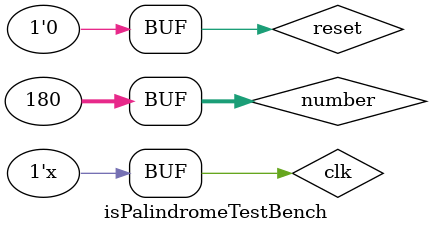
<source format=v>
`define CLOCK_TIME 200

module isPalindromeTestBench();
	wire result;
	wire[3:0] stuckState;
	reg clk;
	reg reset;
	reg go_i;
	reg[31:0] number;
	reg counter;
	// output wire, input reg


	initial begin
		clk <= 1'b0;
		counter <= 1'b0;
		reset <= 1'b0;
		number <= 32'b00000000000000000000000010110100;
		go_i <= 1'b1;
	end

	always #`CLOCK_TIME clk <= ~clk;
	isPalindrome ien(result, stuckState, clk, reset, go_i, number);
	// counter'in 0 lanmasi gerekiyor her turdan sonra
	
	
	
	always @(posedge clk) begin
		if ((stuckState == 4'd6 || stuckState == 4'd9) && (counter == 0))
			begin
			$display("result: %1d", result);
			counter <= counter + 1;
			go_i <= 1'b0;
			// go_i 0'a atanarak, isEvenNumber'da da state 2 ve 3'den sonra initial state'e gecmesi saglanabilir
			end		
		//$display("state: %4d, go_i : %1d, result : %1d", stuckState, go_i, result);
	end
	
endmodule
</source>
